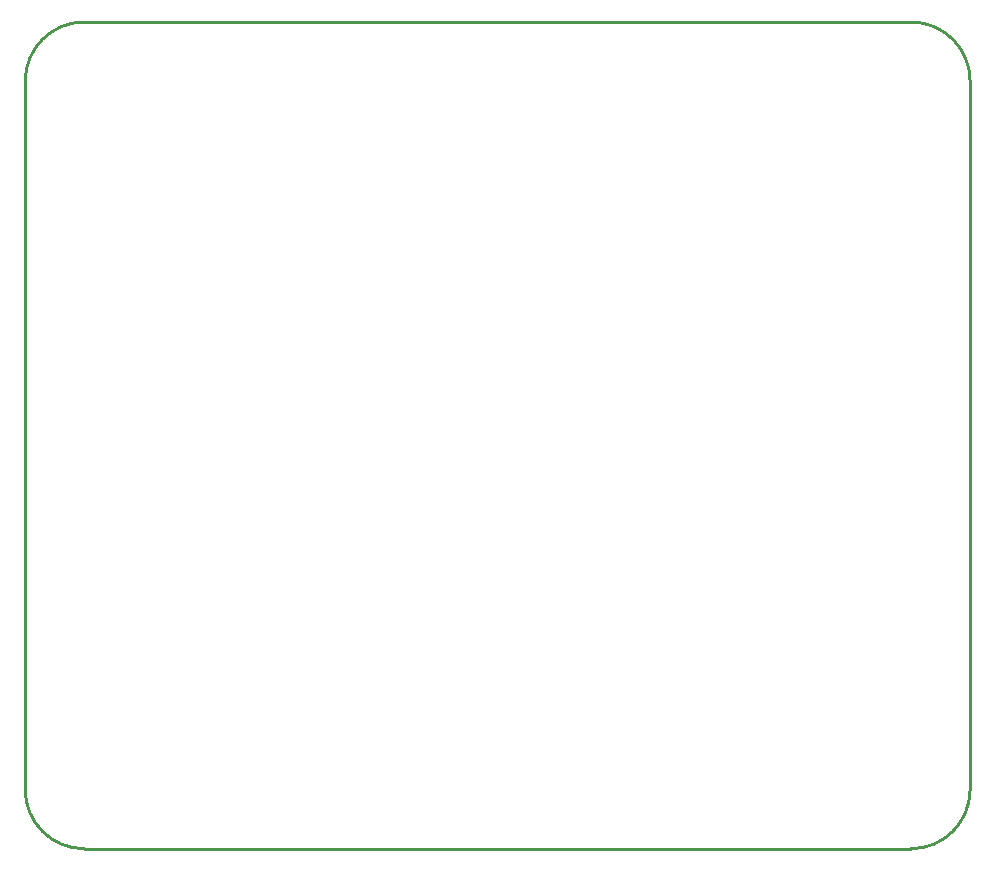
<source format=gko>
G04*
G04 #@! TF.GenerationSoftware,Altium Limited,Altium Designer,22.9.1 (49)*
G04*
G04 Layer_Color=1930808*
%FSLAX44Y44*%
%MOMM*%
G71*
G04*
G04 #@! TF.SameCoordinates,248AC2EE-2185-46B6-B0B3-A36349E764D8*
G04*
G04*
G04 #@! TF.FilePolarity,Positive*
G04*
G01*
G75*
%ADD13C,0.2540*%
D13*
X784760Y649770D02*
G03*
X734760Y699770I-50000J0D01*
G01*
Y-230D02*
G03*
X784760Y49770I0J50000D01*
G01*
X34760Y699770D02*
G03*
X-15240Y649770I0J-50000D01*
G01*
Y49770D02*
G03*
X34760Y-230I50000J0D01*
G01*
X734760D01*
X34760Y699770D02*
X734760D01*
X784760Y49770D02*
Y649770D01*
X-15240Y49770D02*
Y649770D01*
M02*

</source>
